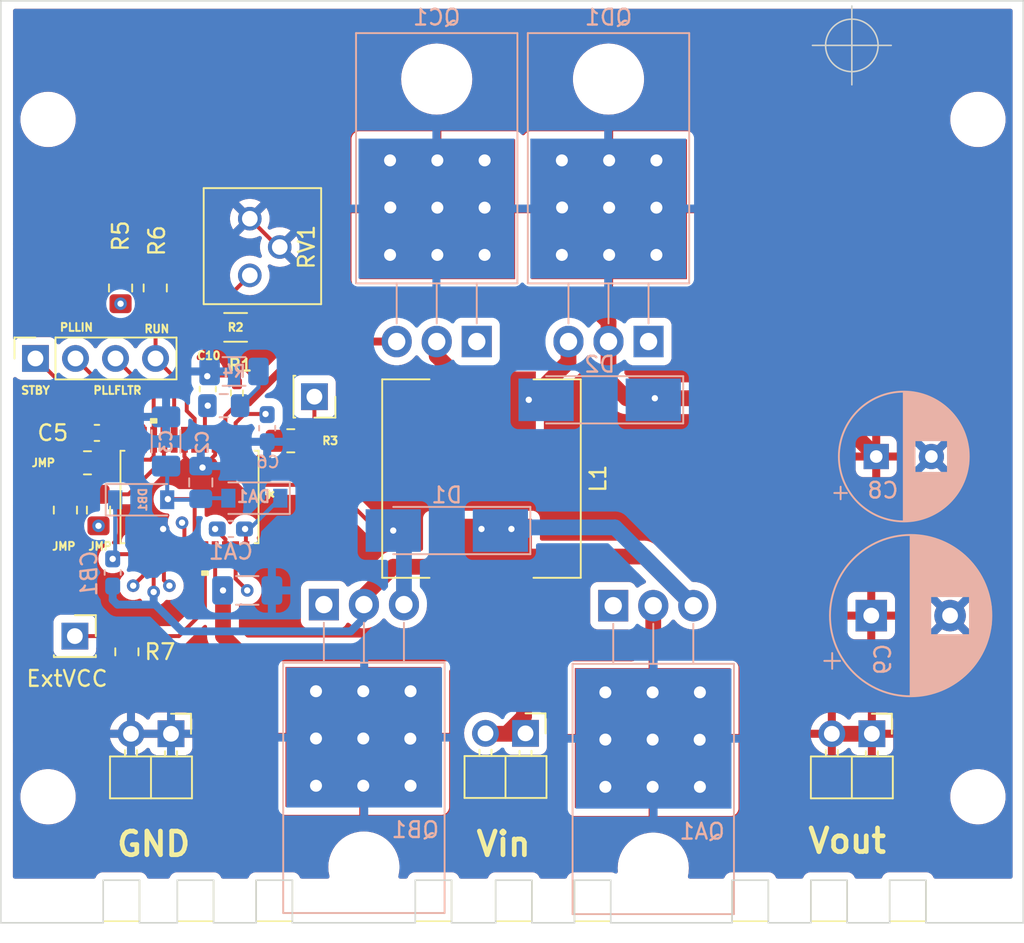
<source format=kicad_pcb>
(kicad_pcb (version 20211014) (generator pcbnew)
  (layers (0 "F.Cu" signal) (1 "In1.Cu" mixed) (2 "In2.Cu" mixed) (31 "B.Cu" signal) (34 "B.Paste" user) (35 "F.Paste" user) (36 "B.SilkS" user "B.Silkscreen") (37 "F.SilkS" user "F.Silkscreen") (38 "B.Mask" user) (39 "F.Mask" user) (44 "Edge.Cuts" user))
  (net 0 "")
  (net 1 "Vsense")
  (net 2 "Vout")
  (net 3 "FCB")
  (net 4 "Net-(C4-Pad2)")
  (net 5 "SENSE+")
  (net 6 "Vin")
  (net 7 "TG2")
  (net 8 "SW2")
  (net 9 "SW1")
  (net 10 "BG1")
  (net 11 "BG2")
  (net 12 "TG1")
  (net 13 "EPAD")
  (net 14 "SS")
  (net 15 "Ith")
  (net 16 "RUN")
  (net 17 "PGOOD")
  (net 18 "Net-(R3-Pad2)")
  (net 19 "EXTVCC")
  (net 20 "Boost2")
  (net 21 "INTVCC")
  (net 22 "PLLFLTR")
  (net 23 "Boost1")
  (net 24 "PLLIN")
  (net 25 "STBYMD")
  (footprint "Custom:PinHeader_1x02_P2.54mm_Horizontal" (layer "F.Cu") (at 115 113.5 -90)
    (fp_text reference "J3" hide)
    (fp_text value "GND")
    (pad "1" thru_hole rect (at 0 0 270) (size 1.7 1.7) (drill 1) (layers *.Cu *.Mask) (net 13 "EPAD"))
    (pad "2" thru_hole oval (at 0 2.54 270) (size 1.7 1.7) (drill 1) (layers *.Cu *.Mask) (net 13 "EPAD"))
  )
  (footprint "Resistor_SMD:R_0805_2012Metric_Pad1.20x1.40mm_HandSolder" (layer "F.Cu") (at 122.6 94.9 180)
    (fp_text reference "R3" (at -2.5 0) (layer "F.SilkS") (effects (font (size 0.5 0.5))))
    (fp_text value "Rpull" hide)
    (pad "1" smd roundrect (at -1 0 180) (size 1.2 1.4) (layers "F.Cu" "F.Paste" "F.Mask") (roundrect_rratio 0.2083333333) (net 17 "PGOOD"))
    (pad "2" smd roundrect (at 1 0 180) (size 1.2 1.4) (layers "F.Cu" "F.Paste" "F.Mask") (roundrect_rratio 0.2083333333) (net 18 "Net-(R3-Pad2)"))
  )
  (footprint "Resistor_SMD:R_0805_2012Metric_Pad1.20x1.40mm_HandSolder" (layer "F.Cu") (at 109.7 96.3)
    (fp_text reference "R8" hide)
    (fp_text value "JMP" hide)
    (fp_text user "JMP" (at -2.8 0 unlocked) (layer "F.SilkS") (effects (font (size 0.5 0.5))))
    (pad "1" smd roundrect (at -1 0) (size 1.2 1.4) (layers "F.Cu" "F.Paste" "F.Mask") (roundrect_rratio 0.2083333333) (net 13 "EPAD"))
    (pad "2" smd roundrect (at 1 0) (size 1.2 1.4) (layers "F.Cu" "F.Paste" "F.Mask") (roundrect_rratio 0.2083333333) (net 22 "PLLFLTR"))
  )
  (footprint "Custom:PinHeader_1x02_P2.54mm_Horizontal" (layer "F.Cu") (at 159.47 113.5 -90)
    (fp_text reference "J2" hide)
    (fp_text value "PwrOut")
    (pad "1" thru_hole rect (at 0 0 270) (size 1.7 1.7) (drill 1) (layers *.Cu *.Mask) (net 2 "Vout"))
    (pad "2" thru_hole oval (at 0 2.54 270) (size 1.7 1.7) (drill 1) (layers *.Cu *.Mask) (net 2 "Vout"))
  )
  (footprint "Capacitor_SMD:C_0603_1608Metric_Pad1.08x0.95mm_HandSolder" (layer "F.Cu") (at 117.33384 91.62055 90)
    (fp_text reference "C10" (at 2.12055 0.06616 180) (layer "F.SilkS") (effects (font (size 0.5 0.5) (thickness 0.125))))
    (fp_text value "47pF")
    (pad "1" smd roundrect (at -0.8625 0 90) (size 1.075 0.95) (layers "F.Cu" "F.Paste" "F.Mask") (net 15 "Ith"))
    (pad "2" smd roundrect (at 0.8625 0 90) (size 1.075 0.95) (layers "F.Cu" "F.Paste" "F.Mask") (net 13 "EPAD"))
  )
  (footprint "MountingHole:MountingHole_2.5mm" (layer "F.Cu") (at 166.2 74.5)
    (fp_text reference "H1" hide)
    (fp_text value "MountingHole" hide)
    (pad "" np_thru_hole circle (at 0 0) (size 2.5 2.5) (drill 2.5) (layers *.Cu *.Mask))
  )
  (footprint "Resistor_SMD:R_1206_3216Metric_Pad1.30x1.75mm_HandSolder" (layer "F.Cu") (at 119.1 87.7 180)
    (fp_text reference "R2" (at 0 0) (layer "F.SilkS") (effects (font (size 0.5 0.5) (thickness 0.125))))
    (fp_text value "105k" hide)
    (pad "1" smd roundrect (at -1.55 0 180) (size 1.3 1.75) (layers "F.Cu" "F.Paste" "F.Mask") (roundrect_rratio 0.1923076923) (net 2 "Vout"))
    (pad "2" smd roundrect (at 1.55 0 180) (size 1.3 1.75) (layers "F.Cu" "F.Paste" "F.Mask") (roundrect_rratio 0.1923076923) (net 1 "Vsense"))
  )
  (footprint "Capacitor_SMD:C_0603_1608Metric_Pad1.08x0.95mm_HandSolder" (layer "F.Cu") (at 110.3 94.4 180)
    (fp_text reference "C5" (at 2.8 0) (layer "F.SilkS"))
    (fp_text value ".1uF" hide)
    (pad "1" smd roundrect (at -0.8625 0 180) (size 1.075 0.95) (layers "F.Cu" "F.Paste" "F.Mask") (net 25 "STBYMD"))
    (pad "2" smd roundrect (at 0.8625 0 180) (size 1.075 0.95) (layers "F.Cu" "F.Paste" "F.Mask") (net 13 "EPAD"))
  )
  (footprint "Imported:LTC3780IG-PBF" (layer "F.Cu") (at 116.17584 98.4678 -90)
    (fp_text reference "U1" hide)
    (fp_text value "LTC3780IG-PBF" hide)
    (fp_text user "*" (at -0.1678 -5.42416 90) (layer "F.SilkS"))
    (pad "1" smd rect (at -3.6322 -3.57632 270) (size 1.639799 0.431) (layers "F.Cu" "F.Paste" "F.Mask") (net 18 "Net-(R3-Pad2)"))
    (pad "2" smd rect (at -3.6322 -2.92608 270) (size 1.639799 0.431) (layers "F.Cu" "F.Paste" "F.Mask") (net 14 "SS"))
    (pad "3" smd rect (at -3.6322 -2.27584 270) (size 1.639799 0.431) (layers "F.Cu" "F.Paste" "F.Mask") (net 5 "SENSE+"))
    (pad "4" smd rect (at -3.6322 -1.6256 270) (size 1.639799 0.431) (layers "F.Cu" "F.Paste" "F.Mask") (net 13 "EPAD"))
    (pad "5" smd rect (at -3.6322 -0.97536 270) (size 1.639799 0.431) (layers "F.Cu" "F.Paste" "F.Mask") (net 15 "Ith"))
    (pad "6" smd rect (at -3.6322 -0.32512 270) (size 1.639799 0.431) (layers "F.Cu" "F.Paste" "F.Mask") (net 1 "Vsense"))
    (pad "7" smd rect (at -3.6322 0.32512 270) (size 1.639799 0.431) (layers "F.Cu" "F.Paste" "F.Mask") (net 13 "EPAD"))
    (pad "8" smd rect (at -3.6322 0.97536 270) (size 1.639799 0.431) (layers "F.Cu" "F.Paste" "F.Mask") (net 16 "RUN"))
    (pad "9" smd rect (at -3.6322 1.6256 270) (size 1.639799 0.431) (layers "F.Cu" "F.Paste" "F.Mask") (net 3 "FCB"))
    (pad "10" smd rect (at -3.6322 2.27584 270) (size 1.639799 0.431) (layers "F.Cu" "F.Paste" "F.Mask") (net 22 "PLLFLTR"))
    (pad "11" smd rect (at -3.6322 2.92608 270) (size 1.639799 0.431) (layers "F.Cu" "F.Paste" "F.Mask") (net 24 "PLLIN"))
    (pad "12" smd rect (at -3.6322 3.57632 270) (size 1.639799 0.431) (layers "F.Cu" "F.Paste" "F.Mask") (net 25 "STBYMD"))
    (pad "13" smd rect (at 3.6322 3.57632 270) (size 1.639799 0.431) (layers "F.Cu" "F.Paste" "F.Mask") (net 20 "Boost2"))
    (pad "14" smd rect (at 3.6322 2.92608 270) (size 1.639799 0.431) (layers "F.Cu" "F.Paste" "F.Mask") (net 7 "TG2"))
    (pad "15" smd rect (at 3.6322 2.27584 270) (size 1.639799 0.431) (layers "F.Cu" "F.Paste" "F.Mask") (net 8 "SW2"))
    (pad "16" smd rect (at 3.6322 1.6256 270) (size 1.639799 0.431) (layers "F.Cu" "F.Paste" "F.Mask") (net 11 "BG2"))
    (pad "17" smd rect (at 3.6322 0.97536 270) (size 1.639799 0.431) (layers "F.Cu" "F.Paste" "F.Mask") (net 13 "EPAD"))
    (pad "18" smd rect (at 3.6322 0.32512 270) (size 1.639799 0.431) (layers "F.Cu" "F.Paste" "F.Mask") (net 10 "BG1"))
    (pad "19" smd rect (at 3.6322 -0.32512 270) (size 1.639799 0.431) (layers "F.Cu" "F.Paste" "F.Mask") (net 21 "INTVCC"))
    (pad "20" smd rect (at 3.6322 -0.97536 270) (size 1.639799 0.431) (layers "F.Cu" "F.Paste" "F.Mask") (net 19 "EXTVCC"))
    (pad "21" smd rect (at 3.6322 -1.6256 270) (size 1.639799 0.431) (layers "F.Cu" "F.Paste" "F.Mask") (net 6 "Vin"))
    (pad "22" smd rect (at 3.6322 -2.27584 270) (size 1.639799 0.431) (layers "F.Cu" "F.Paste" "F.Mask") (net 9 "SW1"))
    (pad "23" smd rect (at 3.6322 -2.92608 270) (size 1.639799 0.431) (layers "F.Cu" "F.Paste" "F.Mask") (net 12 "TG1"))
    (pad "24" smd rect (at 3.6322 -3.57632 270) (size 1.639799 0.431) (layers "F.Cu" "F.Paste" "F.Mask") (net 23 "Boost1"))
  )
  (footprint "Resistor_SMD:R_0805_2012Metric_Pad1.20x1.40mm_HandSolder" (layer "F.Cu") (at 111.8 85.2 90)
    (fp_text reference "R5" (at 3.3 0 90) (layer "F.SilkS"))
    (fp_text value "??" hide)
    (pad "1" smd roundrect (at -1 0 90) (size 1.2 1.4) (layers "F.Cu" "F.Paste" "F.Mask") (roundrect_rratio 0.2083333333) (net 6 "Vin"))
    (pad "2" smd roundrect (at 1 0 90) (size 1.2 1.4) (layers "F.Cu" "F.Paste" "F.Mask") (roundrect_rratio 0.2083333333) (net 16 "RUN"))
  )
  (footprint "Connector_PinSocket_2.54mm:PinSocket_1x04_P2.54mm_Vertical" (layer "F.Cu") (at 106.4 89.675 90)
    (fp_text reference "J6" hide)
    (fp_text value "CtrlPins")
    (pad "1" thru_hole rect (at 0 0 90) (size 1.7 1.7) (drill 1) (layers *.Cu *.Mask) (net 25 "STBYMD"))
    (pad "2" thru_hole oval (at 0 2.54 90) (size 1.7 1.7) (drill 1) (layers *.Cu *.Mask) (net 24 "PLLIN"))
    (pad "3" thru_hole oval (at 0 5.08 90) (size 1.7 1.7) (drill 1) (layers *.Cu *.Mask) (net 22 "PLLFLTR"))
    (pad "4" thru_hole oval (at 0 7.62 90) (size 1.7 1.7) (drill 1) (layers *.Cu *.Mask) (net 16 "RUN"))
  )
  (footprint "MountingHole:MountingHole_2.5mm" (layer "F.Cu") (at 107.2 117.5)
    (fp_text reference "H4" hide)
    (fp_text value "MountingHole" hide)
    (pad "" np_thru_hole circle (at 0 0) (size 2.5 2.5) (drill 2.5) (layers *.Cu *.Mask))
  )
  (footprint "Potentiometer_Imported:CT-6EW" (layer "F.Cu") (at 120.6 82.6 -90)
    (fp_text reference "RV1" (at 0 -3 90) (layer "F.SilkS"))
    (fp_text value "~7.5K" hide)
    (pad "1" thru_hole circle (at 1.8 0.6 270) (size 1.4986 1.4986) (drill 0.9906) (layers *.Cu *.Mask) (net 1 "Vsense"))
    (pad "2" thru_hole circle (at 0 -1.3 270) (size 1.4986 1.4986) (drill 0.9906) (layers *.Cu *.Mask) (net 13 "EPAD"))
    (pad "3" thru_hole circle (at -1.8 0.6 270) (size 1.4986 1.4986) (drill 0.9906) (layers *.Cu *.Mask) (net 13 "EPAD"))
  )
  (footprint "MountingHole:MountingHole_2.5mm" (layer "F.Cu") (at 166.2 117.5)
    (fp_text reference "H3" hide)
    (fp_text value "MountingHole" hide)
    (pad "" np_thru_hole circle (at 0 0) (size 2.5 2.5) (drill 2.5) (layers *.Cu *.Mask))
  )
  (footprint "Inductor_Coilcraft:L_12x12mm_H8mm" (layer "F.Cu") (at 134.7 97.3 -90)
    (fp_text reference "L1" (at 0 -7.4 -90) (layer "F.SilkS"))
    (fp_text value "4.7uH")
    (pad "1" smd rect (at -4.35 -0.25 270) (size 4.9 6.4) (layers "F.Cu" "F.Paste" "F.Mask") (net 9 "SW1"))
    (pad "2" smd rect (at 4.95 0 270) (size 4.8 6.4) (layers "F.Cu" "F.Paste" "F.Mask") (net 8 "SW2"))
  )
  (footprint "Resistor_SMD:R_0805_2012Metric_Pad1.20x1.40mm_HandSolder" (layer "F.Cu") (at 114 85.2 90)
    (fp_text reference "R6" (at 3 0.1 90) (layer "F.SilkS"))
    (fp_text value "??" hide)
    (pad "1" smd roundrect (at -1 0 90) (size 1.2 1.4) (layers "F.Cu" "F.Paste" "F.Mask") (roundrect_rratio 0.2083333333) (net 16 "RUN"))
    (pad "2" smd roundrect (at 1 0 90) (size 1.2 1.4) (layers "F.Cu" "F.Paste" "F.Mask") (roundrect_rratio 0.2083333333) (net 13 "EPAD"))
  )
  (footprint "Connector_PinSocket_2.54mm:PinSocket_1x01_P2.54mm_Vertical" (layer "F.Cu") (at 108.9 107.3)
    (fp_text reference "ExtVCC" (at -0.5 2.7) (layer "F.SilkS"))
    (fp_text value "ExtVCC")
    (pad "1" thru_hole rect (at 0 0) (size 1.7 1.7) (drill 1) (layers *.Cu *.Mask) (net 19 "EXTVCC"))
  )
  (footprint "Resistor_SMD:R_0805_2012Metric_Pad1.20x1.40mm_HandSolder" (layer "F.Cu") (at 108.3 99.3 90)
    (fp_text reference "R9" hide)
    (fp_text value "JMP" (at -2.3 2.2) (layer "F.SilkS") (effects (font (size 0.5 0.5))))
    (pad "1" smd roundrect (at -1 0 90) (size 1.2 1.4) (layers "F.Cu" "F.Paste" "F.Mask") (roundrect_rratio 0.2083333333) (net 13 "EPAD"))
    (pad "2" smd roundrect (at 1 0 90) (size 1.2 1.4) (layers "F.Cu" "F.Paste" "F.Mask") (roundrect_rratio 0.2083333333) (net 3 "FCB"))
  )
  (footprint "Resistor_SMD:R_0805_2012Metric_Pad1.20x1.40mm_HandSolder" (layer "F.Cu") (at 112.2 108.3 90)
    (fp_text reference "R7" (at 0 2.1 180) (layer "F.SilkS"))
    (fp_text value "JMP")
    (pad "1" smd roundrect (at -1 0 90) (size 1.2 1.4) (layers "F.Cu" "F.Paste" "F.Mask") (roundrect_rratio 0.2083333333) (net 13 "EPAD"))
    (pad "2" smd roundrect (at 1 0 90) (size 1.2 1.4) (layers "F.Cu" "F.Paste" "F.Mask") (roundrect_rratio 0.2083333333) (net 19 "EXTVCC"))
  )
  (footprint "Custom:PinHeader_1x02_P2.54mm_Horizontal" (layer "F.Cu") (at 137.495 113.475 -90)
    (fp_text reference "J1" hide)
    (fp_text value "PwrIn")
    (pad "1" thru_hole rect (at 0 0 270) (size 1.7 1.7) (drill 1) (layers *.Cu *.Mask) (net 6 "Vin"))
    (pad "2" thru_hole oval (at 0 2.54 270) (size 1.7 1.7) (drill 1) (layers *.Cu *.Mask) (net 6 "Vin"))
  )
  (footprint "Connector_PinSocket_2.54mm:PinSocket_1x01_P2.54mm_Vertical" (layer "F.Cu") (at 124.1 92.1 -90)
    (fp_text reference "J4" hide)
    (fp_text value "PGood")
    (pad "1" thru_hole rect (at 0 0 270) (size 1.7 1.7) (drill 1) (layers *.Cu *.Mask) (net 17 "PGOOD"))
  )
  (footprint "Resistor_SMD:R_0402_1005Metric_Pad0.72x0.64mm_HandSolder" (layer "F.Cu") (at 119.18384 91.87055 90)
    (fp_text reference "R1" (at 1.77055 0.21616 180) (layer "F.SilkS") (effects (font (size 0.75 0.75))))
    (fp_text value "10mOhm" hide)
    (pad "1" smd roundrect (at -0.5975 0 90) (size 0.715 0.64) (layers "F.Cu" "F.Paste" "F.Mask") (net 5 "SENSE+"))
    (pad "2" smd roundrect (at 0.5975 0 90) (size 0.715 0.64) (layers "F.Cu" "F.Paste" "F.Mask") (net 13 "EPAD"))
  )
  (footprint "MountingHole:MountingHole_2.5mm" (layer "F.Cu") (at 107.2 74.5)
    (fp_text reference "H2" hide)
    (fp_text value "MountingHole" hide)
    (pad "" np_thru_hole circle (at 0 0) (size 2.5 2.5) (drill 2.5) (layers *.Cu *.Mask))
  )
  (footprint "Resistor_SMD:R_0805_2012Metric_Pad1.20x1.40mm_HandSolder" (layer "F.Cu") (at 110.4 99.3 90)
    (fp_text reference "R10" hide)
    (fp_text value "JMP" (at -2.3 -2.2) (layer "F.SilkS") (effects (font (size 0.5 0.5))))
    (pad "1" smd roundrect (at -1 0 90) (size 1.2 1.4) (layers "F.Cu" "F.Paste" "F.Mask") (roundrect_rratio 0.2083333333) (net 21 "INTVCC"))
    (pad "2" smd roundrect (at 1 0 90) (size 1.2 1.4) (layers "F.Cu" "F.Paste" "F.Mask") (roundrect_rratio 0.2083333333) (net 3 "FCB"))
  )
  (footprint "Capacitor_SMD:C_1206_3216Metric_Pad1.33x1.80mm_HandSolder" (layer "B.Cu") (at 114.68834 94.94505 90)
    (fp_text reference "C3" (at 0 0 90) (layer "B.SilkS") (effects (font (size 0.75 0.75)) (justify mirror)))
    (fp_text value "1uF" hide)
    (pad "1" smd roundrect (at -1.5625 0 90) (size 1.325 1.8) (layers "B.Cu" "B.Paste" "B.Mask") (roundrect_rratio 0.1886792453) (net 21 "INTVCC"))
    (pad "2" smd roundrect (at 1.5625 0 90) (size 1.325 1.8) (layers "B.Cu" "B.Paste" "B.Mask") (roundrect_rratio 0.1886792453) (net 13 "EPAD"))
  )
  (footprint "Diode_SMD:D_SOD-123" (layer "B.Cu") (at 120.28834 98.54505 180)
    (fp_text reference "DA1" (at 0.05 0.1) (layer "B.SilkS") (effects (font (size 0.75 0.75)) (justify mirror)))
    (fp_text value "MBR0540L" hide)
    (pad "1" smd rect (at -1.65 0 180) (size 0.9 1.2) (layers "B.Cu" "B.Paste" "B.Mask") (net 23 "Boost1"))
    (pad "2" smd rect (at 1.65 0 180) (size 0.9 1.2) (layers "B.Cu" "B.Paste" "B.Mask") (net 21 "INTVCC"))
  )
  (footprint "Capacitor_THT:CP_Radial_D8.0mm_P3.50mm" (layer "B.Cu") (at 159.747349 95.9)
    (fp_text reference "C8" (at 0.422651 2.15) (layer "B.SilkS") (effects (justify mirror)))
    (fp_text value "100uF" hide)
    (pad "1" thru_hole rect (at 0 0) (size 1.6 1.6) (drill 0.8) (layers *.Cu *.Mask) (net 2 "Vout"))
    (pad "2" thru_hole circle (at 3.5 0) (size 1.6 1.6) (drill 0.8) (layers *.Cu *.Mask) (net 13 "EPAD"))
  )
  (footprint "Diode_SMD:D_MELF_Handsoldering" (layer "B.Cu") (at 132.5 100.6 180)
    (fp_text reference "D1" (at 0 2.25) (layer "B.SilkS") (effects (justify mirror)))
    (fp_text value "SS34-E3")
    (pad "1" smd rect (at -3.4 0 180) (size 3.5 2.7) (layers "B.Cu" "B.Paste" "B.Mask") (net 8 "SW2"))
    (pad "2" smd rect (at 3.4 0 180) (size 3.5 2.7) (layers "B.Cu" "B.Paste" "B.Mask") (net 5 "SENSE+"))
  )
  (footprint "Custom:TO-220-3_Horizontal_TabDown_Thermal" (layer "B.Cu") (at 145.3 88.6 180)
    (fp_text reference "QD1" (at 2.54 20.58) (layer "B.SilkS") (effects (justify mirror)))
    (fp_text value "RX3G07CGNC16" hide)
    (pad "" np_thru_hole oval (at 2.54 16.66 180) (size 3.5 3.5) (drill 3.5) (layers *.Cu *.Mask))
    (pad "1" thru_hole rect (at 0 0 180) (size 1.905 2) (drill 1.1) (layers *.Cu *.Mask) (net 12 "TG1"))
    (pad "2" thru_hole oval (at 2.54 0 180) (size 1.905 2) (drill 1.1) (layers *.Cu *.Mask) (net 2 "Vout"))
    (pad "3" thru_hole oval (at 5.08 0 180) (size 1.905 2) (drill 1.1) (layers *.Cu *.Mask) (net 9 "SW1"))
    (pad "4" thru_hole circle (at -0.5 5.5 180) (size 1.524 1.524) (drill 0.762) (layers *.Cu *.Mask) (net 13 "EPAD"))
    (pad "4" thru_hole circle (at 5.5 5.5 180) (size 1.524 1.524) (drill 0.762) (layers *.Cu *.Mask) (net 13 "EPAD"))
    (pad "4" smd rect (at 2.5595 8.4405 180) (size 9.881 8.881) (layers "B.Cu" "B.Paste" "B.Mask") (net 13 "EPAD"))
    (pad "4" thru_hole circle (at -0.5 8.5 180) (size 1.524 1.524) (drill 0.762) (layers *.Cu *.Mask) (net 13 "EPAD"))
    (pad "4" thru_hole circle (at 5.484716 8.511349 180) (size 1.524 1.524) (drill 0.762) (layers *.Cu *.Mask) (net 13 "EPAD"))
    (pad "4" thru_hole circle (at 2.5 5.5 180) (size 1.524 1.524) (drill 0.762) (layers *.Cu *.Mask) (net 13 "EPAD"))
    (pad "4" thru_hole circle (at -0.5 11.5 180) (size 1.524 1.524) (drill 0.762) (layers *.Cu *.Mask) (net 13 "EPAD"))
    (pad "4" thru_hole circle (at 2.5 8.5 180) (size 1.524 1.524) (drill 0.762) (layers *.Cu *.Mask) (net 13 "EPAD"))
    (pad "4" thru_hole circle (at 5.5 11.5 180) (size 1.524 1.524) (drill 0.762) (layers *.Cu *.Mask) (net 13 "EPAD"))
    (pad "4" thru_hole circle (at 2.5 11.5 180) (size 1.524 1.524) (drill 0.762) (layers *.Cu *.Mask) (net 13 "EPAD"))
    (pad "4" smd rect (at 2.5 8.4 180) (size 9.881 8.881) (layers "F.Cu") (net 13 "EPAD"))
  )
  (footprint "Resistor_SMD:R_1206_3216Metric_Pad1.30x1.75mm_HandSolder" (layer "B.Cu") (at 119 90.5)
    (fp_text reference "R4" (at 0 -0.004849) (layer "B.SilkS") (effects (font (size 0.75 0.75)) (justify mirror)))
    (fp_text value "20k" hide)
    (pad "1" smd roundrect (at -1.55 0) (size 1.3 1.75) (layers "B.Cu" "B.Paste" "B.Mask") (roundrect_rratio 0.1923076923) (net 13 "EPAD"))
    (pad "2" smd roundrect (at 1.55 0) (size 1.3 1.75) (layers "B.Cu" "B.Paste" "B.Mask") (roundrect_rratio 0.1923076923) (net 4 "Net-(C4-Pad2)"))
  )
  (footprint "Capacitor_SMD:C_0603_1608Metric_Pad1.08x0.95mm_HandSolder" (layer "B.Cu") (at 118.8 100.5)
    (fp_text reference "CA1" (at 0 1.43) (layer "B.SilkS") (effects (justify mirror)))
    (fp_text value ".1uF" hide)
    (pad "1" smd roundrect (at -0.8625 0) (size 1.075 0.95) (layers "B.Cu" "B.Paste" "B.Mask") (net 9 "SW1"))
    (pad "2" smd roundrect (at 0.8625 0) (size 1.075 0.95) (layers "B.Cu" "B.Paste" "B.Mask") (net 23 "Boost1"))
  )
  (footprint "Capacitor_THT:CP_Radial_D10.0mm_P5.00mm" (layer "B.Cu") (at 159.432323 106)
    (fp_text reference "C9" (at 0.735677 2.77 90) (layer "B.SilkS") (effects (justify mirror)))
    (fp_text value "330uF" hide)
    (pad "1" thru_hole rect (at 0 0) (size 2 2) (drill 1) (layers *.Cu *.Mask) (net 2 "Vout"))
    (pad "2" thru_hole circle (at 5 0) (size 2 2) (drill 1) (layers *.Cu *.Mask) (net 13 "EPAD"))
  )
  (footprint "Capacitor_SMD:C_0805_2012Metric_Pad1.18x1.45mm_HandSolder" (layer "B.Cu") (at 118.34634 92.67055)
    (fp_text reference "C4" hide)
    (fp_text value "2200pF" hide)
    (pad "1" smd roundrect (at -1.0375 0) (size 1.175 1.45) (layers "B.Cu" "B.Paste" "B.Mask") (roundrect_rratio 0.2127659574) (net 15 "Ith"))
    (pad "2" smd roundrect (at 1.0375 0) (size 1.175 1.45) (layers "B.Cu" "B.Paste" "B.Mask") (roundrect_rratio 0.2127659574) (net 4 "Net-(C4-Pad2)"))
  )
  (footprint "Custom:TO-220-3_Horizontal_TabDown_Thermal" (layer "B.Cu") (at 143.06 105.37)
    (fp_text reference "QA1" (at 5.64 14.33) (layer "B.SilkS") (effects (justify mirror)))
    (fp_text value "RX3G07CGNC16" hide)
    (pad "" np_thru_hole oval (at 2.54 16.66) (size 3.5 3.5) (drill 3.5) (layers *.Cu *.Mask))
    (pad "1" thru_hole rect (at 0 0) (size 1.905 2) (drill 1.1) (layers *.Cu *.Mask) (net 7 "TG2"))
    (pad "2" thru_hole oval (at 2.54 0) (size 1.905 2) (drill 1.1) (layers *.Cu *.Mask) (net 6 "Vin"))
    (pad "3" thru_hole oval (at 5.08 0) (size 1.905 2) (drill 1.1) (layers *.Cu *.Mask) (net 8 "SW2"))
    (pad "4" thru_hole circle (at 5.5 11.5) (size 1.524 1.524) (drill 0.762) (layers *.Cu *.Mask) (net 13 "EPAD"))
    (pad "4" thru_hole circle (at 2.5 11.5) (size 1.524 1.524) (drill 0.762) (layers *.Cu *.Mask) (net 13 "EPAD"))
    (pad "4" thru_hole circle (at -0.5 8.5) (size 1.524 1.524) (drill 0.762) (layers *.Cu *.Mask) (net 13 "EPAD"))
    (pad "4" thru_hole circle (at -0.5 5.5) (size 1.524 1.524) (drill 0.762) (layers *.Cu *.Mask) (net 13 "EPAD"))
    (pad "4" smd rect (at 2.5 8.4) (size 9.881 8.881) (layers "F.Cu") (net 13 "EPAD"))
    (pad "4" thru_hole circle (at 2.5 5.5) (size 1.524 1.524) (drill 0.762) (layers *.Cu *.Mask) (net 13 "EPAD"))
    (pad "4" smd rect (at 2.5595 8.4405) (size 9.881 8.881) (layers "B.Cu" "B.Paste" "B.Mask") (net 13 "EPAD"))
    (pad "4" thru_hole circle (at 5.484716 8.511349) (size 1.524 1.524) (drill 0.762) (layers *.Cu *.Mask) (net 13 "EPAD"))
    (pad "4" thru_hole circle (at 5.5 5.5) (size 1.524 1.524) (drill 0.762) (layers *.Cu *.Mask) (net 13 "EPAD"))
    (pad "4" thru_hole circle (at 2.5 8.5) (size 1.524 1.524) (drill 0.762) (layers *.Cu *.Mask) (net 13 "EPAD"))
    (pad "4" thru_hole circle (at -0.5 11.5) (size 1.524 1.524) (drill 0.762) (layers *.Cu *.Mask) (net 13 "EPAD"))
  )
  (footprint "Diode_SMD:D_MELF_Handsoldering" (layer "B.Cu") (at 142.2 92.3 180)
    (fp_text reference "D2" (at 0 2.25) (layer "B.SilkS") (effects (justify mirror)))
    (fp_text value "SS32-E3")
    (pad "1" smd rect (at -3.4 0 180) (size 3.5 2.7) (layers "B.Cu" "B.Paste" "B.Mask") (net 2 "Vout"))
    (pad "2" smd rect (at 3.4 0 180) (size 3.5 2.7) (layers "B.Cu" "B.Paste" "B.Mask") (net 9 "SW1"))
  )
  (footprint "Capacitor_SMD:C_1206_3216Metric_Pad1.33x1.80mm_HandSolder" (layer "B.Cu") (at 119.8375 104.4)
    (fp_text reference "C1" hide)
    (fp_text value "22uF" hide)
    (pad "1" smd roundrect (at -1.5625 0) (size 1.325 1.8) (layers "B.Cu" "B.Paste" "B.Mask") (roundrect_rratio 0.1886792453) (net 6 "Vin"))
    (pad "2" smd roundrect (at 1.5625 0) (size 1.325 1.8) (layers "B.Cu" "B.Paste" "B.Mask") (roundrect_rratio 0.1886792453) (net 13 "EPAD"))
  )
  (footprint "Custom:TO-220-3_Horizontal_TabDown_Thermal" (layer "B.Cu") (at 134.4 88.6 180)
    (fp_text reference "QC1" (at 2.54 20.58) (layer "B.SilkS") (effects (justify mirror)))
    (fp_text value "RX3G07CGNC16" hide)
    (pad "" np_thru_hole oval (at 2.54 16.66 180) (size 3.5 3.5) (drill 3.5) (layers *.Cu *.Mask))
    (pad "1" thru_hole rect (at 0 0 180) (size 1.905 2) (drill 1.1) (layers *.Cu *.Mask) (net 10 "BG1"))
    (pad "2" thru_hole oval (at 2.54 0 180) (size 1.905 2) (drill 1.1) (layers *.Cu *.Mask) (net 9 "SW1"))
    (pad "3" thru_hole oval (at 5.08 0 180) (size 1.905 2) (drill 1.1) (layers *.Cu *.Mask) (net 5 "SENSE+"))
    (pad "4" thru_hole circle (at -0.5 8.5 180) (size 1.524 1.524) (drill 0.762) (layers *.Cu *.Mask) (net 13 "EPAD"))
    (pad "4" thru_hole circle (at 5.5 11.5 180) (size 1.524 1.524) (drill 0.762) (layers *.Cu *.Mask) (net 13 "EPAD"))
    (pad "4" thru_hole circle (at 5.5 5.5 180) (size 1.524 1.524) (drill 0.762) (layers *.Cu *.Mask) (net 13 "EPAD"))
    (pad "4" thru_hole circle (at 5.484716 8.511349 180) (size 1.524 1.524) (drill 0.762) (layers *.Cu *.Mask) (net 13 "EPAD"))
    (pad "4" thru_hole circle (at -0.5 11.5 180) (size 1.524 1.524) (drill 0.762) (layers *.Cu *.Mask) (net 13 "EPAD"))
    (pad "4" smd rect (at 2.5595 8.4405 180) (size 9.881 8.881) (layers "B.Cu" "B.Paste" "B.Mask") (net 13 "EPAD"))
    (pad "4" thru_hole circle (at 2.5 8.5 180) (size 1.524 1.524) (drill 0.762) (layers *.Cu *.Mask) (net 13 "EPAD"))
    (pad "4" thru_hole circle (at 2.5 5.5 180) (size 1.524 1.524) (drill 0.762) (layers *.Cu *.Mask) (net 13 "EPAD"))
    (pad "4" smd rect (at 2.5 8.4 180) (size 9.881 8.881) (layers "F.Cu") (net 13 "EPAD"))
    (pad "4" thru_hole circle (at 2.5 11.5 180) (size 1.524 1.524) (drill 0.762) (layers *.Cu *.Mask) (net 13 "EPAD"))
    (pad "4" thru_hole circle (at -0.5 5.5 180) (size 1.524 1.524) (drill 0.762) (layers *.Cu *.Mask) (net 13 "EPAD"))
  )
  (footprint "Capacitor_SMD:C_0805_2012Metric_Pad1.18x1.45mm_HandSolder" (layer "B.Cu") (at 116.88834 97.54505 90)
    (fp_text reference "C2" (at 2.55 0.1 90) (layer "B.SilkS") (effects (font (size 0.75 0.75)) (justify mirror)))
    (fp_text value "4.7uF" hide)
    (pad "1" smd roundrect (at -1.0375 0 90) (size 1.175 1.45) (layers "B.Cu" "B.Paste" "B.Mask") (roundrect_rratio 0.2127659574) (net 21 "INTVCC"))
    (pad "2" smd roundrect (at 1.0375 0 90) (size 1.175 1.45) (layers "B.Cu" "B.Paste" "B.Mask") (roundrect_rratio 0.2127659574) (net 13 "EPAD"))
  )
  (footprint "Capacitor_SMD:C_0603_1608Metric_Pad1.08x0.95mm_HandSolder" (layer "B.Cu") (at 111.3 103.2625 90)
    (fp_text reference "CB1" (at -0.0375 -1.5 90) (layer "B.SilkS") (effects (font (thickness 0.15) italic) (justify mirror)))
    (fp_text value ".1uF" hide)
    (pad "1" smd roundrect (at -0.8625 0 90) (size 1.075 0.95) (layers "B.Cu" "B.Paste" "B.Mask") (net 8 "SW2"))
    (pad "2" smd roundrect (at 0.8625 0 90) (size 1.075 0.95) (layers "B.Cu" "B.Paste" "B.Mask") (net 20 "Boost2"))
  )
  (footprint "Capacitor_SMD:C_0603_1608Metric_Pad1.08x0.95mm_HandSolder" (layer "B.Cu") (at 121.10192 94.1 -90)
    (fp_text reference "C6" (at 2.15 -0.05) (layer "B.SilkS") (effects (font (size 0.75 0.75) (thickness 0.125)) (justify mirror)))
    (fp_text value ".1uF" hide)
    (pad "1" smd roundrect (at -0.8625 0 270) (size 1.075 0.95) (layers "B.Cu" "B.Paste" "B.Mask") (net 14 "SS"))
    (pad "2" smd roundrect (at 0.8625 0 270) (size 1.075 0.95) (layers "B.Cu" "B.Paste" "B.Mask") (net 13 "EPAD"))
  )
  (footprint "Custom:TO-220-3_Horizontal_TabDown_Thermal" (layer "B.Cu") (at 124.7 105.3)
    (fp_text reference "QB1" (at 5.8 14.3) (layer "B.SilkS") (effects (justify mirror)))
    (fp_text value "RX3G07CGNC16" hide)
    (pad "" np_thru_hole oval (at 2.54 16.66) (size 3.5 3.5) (drill 3.5) (layers *.Cu *.Mask))
    (pad "1" thru_hole rect (at 0 0) (size 1.905 2) (drill 1.1) (layers *.Cu *.Mask) (net 11 "BG2"))
    (pad "2" thru_hole oval (at 2.54 0) (size 1.905 2) (drill 1.1) (layers *.Cu *.Mask) (net 8 "SW2"))
    (pad "3" thru_hole oval (at 5.08 0) (size 1.905 2) (drill 1.1) (layers *.Cu *.Mask) (net 5 "SENSE+"))
    (pad "4" thru_hole circle (at 5.5 5.5) (size 1.524 1.524) (drill 0.762) (layers *.Cu *.Mask) (net 13 "EPAD"))
    (pad "4" smd rect (at 2.5595 8.4405) (size 9.881 8.881) (layers "B.Cu" "B.Paste" "B.Mask") (net 13 "EPAD"))
    (pad "4" thru_hole circle (at 2.5 11.5) (size 1.524 1.524) (drill 0.762) (layers *.Cu *.Mask) (net 13 "EPAD"))
    (pad "4" thru_hole circle (at 5.5 11.5) (size 1.524 1.524) (drill 0.762) (layers *.Cu *.Mask) (net 13 "EPAD"))
    (pad "4" thru_hole circle (at -0.5 8.5) (size 1.524 1.524) (drill 0.762) (layers *.Cu *.Mask) (net 13 "EPAD"))
    (pad "4" thru_hole circle (at -0.5 11.5) (size 1.524 1.524) (drill 0.762) (layers *.Cu *.Mask) (net 13 "EPAD"))
    (pad "4" smd rect (at 2.5 8.4) (size 9.881 8.881) (layers "F.Cu") (net 13 "EPAD"))
    (pad "4" thru_hole circle (at 2.5 5.5) (size 1.524 1.524) (drill 0.762) (layers *.Cu *.Mask) (net 13 "EPAD"))
    (pad "4" thru_hole circle (at -0.5 5.5) (size 1.524 1.524) (drill 0.762) (layers *.Cu *.Mask) (net 13 "EPAD"))
    (pad "4" thru_hole circle (at 5.484716 8.511349) (size 1.524 1.524) (drill 0.762) (layers *.Cu *.Mask) (net 13 "EPAD"))
    (pad "4" thru_hole circle (at 2.5 8.5) (size 1.524 1.524) (drill 0.762) (layers *.Cu *.Mask) (net 13 "EPAD"))
  )
  (footprint "Diode_SMD:D_SOD-123" (layer "B.Cu") (at 113.10834 98.64505)
    (fp_text reference "DB1" (at 0.1 0 90) (layer "B.SilkS") (effects (font (size 0.5 0.5) (thickness 0.125)) (justify mirror)))
    (fp_text value "MBR0540L" hide)
    (pad "1" smd rect (at -1.65 0) (size 0.9 1.2) (layers "B.Cu" "B.Paste" "B.Mask") (net 20 "Boost2"))
    (pad "2" smd rect (at 1.65 0) (size 0.9 1.2) (layers "B.Cu" "B.Paste" "B.Mask") (net 21 "INTVCC"))
  )
  (gr_rect (start 155.6 122.8) (end 157.9 125.4) (layer "F.SilkS") (width 0.1) (fill none))
  (gr_rect (start 140.6 122.8) (end 142.9 125.4) (layer "F.SilkS") (width 0.1) (fill none))
  (gr_rect (start 110.7 122.8) (end 113 125.4) (layer "F.SilkS") (width 0.1) (fill none))
  (gr_rect (start 135.6 122.8) (end 137.9 125.4) (layer "F.SilkS") (width 0.1) (fill none))
  (gr_rect (start 160.6 122.8) (end 162.9 125.4) (layer "F.SilkS") (width 0.1) (fill none))
  (gr_rect (start 150.6 122.8) (end 152.9 125.4) (layer "F.SilkS") (width 0.1) (fill none))
  (gr_rect (start 115.4 122.8) (end 117.7 125.4) (layer "F.SilkS") (width 0.1) (fill none))
  (gr_rect (start 130.5 122.8) (end 132.8 125.4) (layer "F.SilkS") (width 0.1) (fill none))
  (gr_rect (start 120.4 122.8) (end 122.7 125.4) (layer "F.SilkS") (width 0.1) (fill none))
  (gr_line (start 150.6 125.5) (end 150.6 122.8) (layer "Edge.Cuts") (width 0.1))
  (gr_line (start 110.7 122.8) (end 113 122.8) (layer "Edge.Cuts") (width 0.1))
  (gr_line (start 120.4 125.5) (end 120.4 122.8) (layer "Edge.Cuts") (width 0.1))
  (gr_line (start 117.7 122.8) (end 117.7 125.5) (layer "Edge.Cuts") (width 0.1))
  (gr_line (start 122.7 125.5) (end 130.5 125.5) (layer "Edge.Cuts") (width 0.1))
  (gr_line (start 122.7 122.8) (end 122.7 125.5) (layer "Edge.Cuts") (width 0.1))
  (gr_line (start 135.6 122.8) (end 137.9 122.8) (layer "Edge.Cuts") (width 0.1))
  (gr_line (start 113 125.5) (end 115.4 125.5) (layer "Edge.Cuts") (width 0.1))
  (gr_line (start 115.4 122.8) (end 117.7 122.8) (layer "Edge.Cuts") (width 0.1))
  (gr_line (start 155.6 125.5) (end 155.6 122.8) (layer "Edge.Cuts") (width 0.1))
  (gr_line (start 160.6 125.5) (end 160.6 122.8) (layer "Edge.Cuts") (width 0.1))
  (gr_line (start 169.078 66.968) (end 169.078 125.5) (layer "Edge.Cuts") (width 0.1))
  (gr_line (start 137.9 125.5) (end 140.6 125.5) (layer "Edge.Cuts") (width 0.1))
  (gr_line (start 115.4 125.5) (end 115.4 122.8) (layer "Edge.Cuts") (width 0.1))
  (gr_line (start 120.4 122.8) (end 122.7 122.8) (layer "Edge.Cuts") (width 0.1))
  (gr_line (start 137.9 122.8) (end 137.9 125.5) (layer "Edge.Cuts") (width 0.1))
  (gr_line (start 140.6 122.8) (end 142.9 122.8) (layer "Edge.Cuts") (width 0.1))
  (gr_line (start 152.9 125.5) (end 155.6 125.5) (layer "Edge.Cuts") (width 0.1))
  (gr_line (start 104.2 125.5) (end 104.2 66.968) (layer "Edge.Cuts") (width 0.1))
  (gr_line (start 110.7 125.5) (end 110.7 122.8) (layer "Edge.Cuts") (width 0.1))
  (gr_line (start 157.9 122.8) (end 157.9 125.5) (layer "Edge.Cuts") (width 0.1))
  (gr_line (start 132.8 122.8) (end 132.8 125.5) (layer "Edge.Cuts") (width 0.1))
  (gr_line (start 130.5 125.5) (end 130.5 122.8) (layer "Edge.Cuts") (width 0.1))
  (gr_line (start 162.9 122.8) (end 162.9 125.5) (layer "Edge.Cuts") (width 0.1))
  (gr_line (start 113 122.8) (end 113 125.5) (layer "Edge.Cuts") (width 0.1))
  (gr_line (start 135.6 125.5) (end 135.6 122.8) (layer "Edge.Cuts") (width 0.1))
  (gr_line (start 130.5 122.8) (end 132.8 122.8) (layer "Edge.Cuts") (width 0.1))
  (gr_line (start 155.6 122.8) (end 157.9 122.8) (layer "Edge.Cuts") (width 0.1))
  (gr_line (start 150.6 122.8) (end 152.9 122.8) (layer "Edge.Cuts") (width 0.1))
  (gr_line (start 162.9 125.5) (end 169.078 125.5) (layer "Edge.Cuts") (width 0.1))
  (gr_line (start 142.9 125.5) (end 150.6 125.5) (layer "Edge.Cuts") (width 0.1))
  (gr_line (start 160.6 122.8) (end 162.9 122.8) (layer "Edge.Cuts") (width 0.1))
  (gr_line (start 140.6 125.5) (end 140.6 122.8) (layer "Edge.Cuts") (width 0.1))
  (gr_line (start 157.9 125.5) (end 160.6 125.5) (layer "Edge.Cuts") (width 0.1))
  (gr_line (start 132.8 125.5) (end 135.6 125.5) (layer "Edge.Cuts") (width 0.1))
  (gr_line (start 142.9 122.8) (end 142.9 125.5) (layer "Edge.Cuts") (width 0.1))
  (gr_line (start 104.2 66.968) (end 169.078 66.968) (layer "Edge.Cuts") (width 0.1))
  (gr_line (start 152.9 122.8) (end 152.9 125.5) (layer "Edge.Cuts") (width 0.1))
  (gr_line (start 110.7 125.5) (end 104.2 125.5) (layer "Edge.Cuts") (width 0.1))
  (gr_line (start 117.7 125.5) (end 120.4 125.5) (layer "Edge.Cuts") (width 0.1))
  (gr_text "Vout" (at 157.9 120.3) (layer "F.SilkS") (effects (font (size 1.5 1.5) (thickness 0.3))))
  (gr_text "PLLIN" (at 109 87.7) (layer "F.SilkS") (effects (font (size 0.5 0.5) (thickness 0.125))))
  (gr_text "RUN" (at 114.1 87.8) (layer "F.SilkS") (effects (font (size 0.5 0.5) (thickness 0.125))))
  (gr_text "STBY" (at 106.4 91.7) (layer "F.SilkS") (effects (font (size 0.5 0.5) (thickness 0.125))))
  (gr_text "GND" (at 113.9 120.5) (layer "F.SilkS") (effects (font (size 1.5 1.5) (thickness 0.3))))
  (gr_text "PLLFLTR" (at 111.6 91.7) (layer "F.SilkS") (effects (font (size 0.5 0.5) (thickness 0.125))))
  (gr_text "Vin" (at 136.1 120.5) (layer "F.SilkS") (effects (font (size 1.5 1.5) (thickness 0.3))))
  (target plus (at 158.2 69.8) (size 5) (width 0.1) (layer "Edge.Cuts"))
  (segment (start 117.55 87.7) (end 117.55 86.85) (width 0.25) (layer "F.Cu") (net 1))
  (segment (start 117.55 86.85) (end 120 84.4) (width 0.25) (layer "F.Cu") (net 1))
  (segment (start 116 89.25) (end 117.6 87.65) (width 0.25) (layer "F.Cu") (net 1))
  (segment (start 116 93) (end 116 89.25) (width 0.25) (layer "F.Cu") (net 1))
  (segment (start 116.50096 93.50096) (end 116 93) (width 0.25) (layer "F.Cu") (net 1))
  (segment (start 116.50096 94.8356) (end 116.50096 93.50096) (width 0.25) (layer "F.Cu") (net 1))
  (segment (start 156.93 113.5) (end 159.47 113.5) (width 1) (layer "F.Cu") (net 2))
  (segment (start 142.76 88.6) (end 142.76 87.36) (width 1) (layer "F.Cu") (net 2))
  (segment (start 143.9 92.2) (end 145.7 92.2) (width 1) (layer "F.Cu") (net 2))
  (segment (start 145.7 92.2) (end 147.9 92.2) (width 1) (layer "F.Cu") (net 2))
  (segment (start 122.35 86) (end 120.65 87.7) (width 1) (layer "F.Cu") (net 2))
  (segment (start 142.76 88.6) (end 142.76 91.06) (width 1) (layer "F.Cu") (net 2))
  (segment (start 156.047349 92.2) (end 147.9 92.2) (width 1) (layer "F.Cu") (net 2))
  (segment (start 142.76 87.36) (end 141.4 86) (width 1) (layer "F.Cu") (net 2))
  (segment (start 142.76 91.06) (end 143.9 92.2) (width 1) (layer "F.Cu") (net 2))
  (segment (start 141.4 86) (end 122.35 86) (width 1) (layer "F.Cu") (net 2))
  (segment (start 156.047349 92.2) (end 159.747349 95.9) (width 1) (layer "F.Cu") (net 2))
  (via (at 145.7 92.2) (size 0.8) (drill 0.4) (layers "F.Cu" "B.Cu") (net 2))
  (segment (start 114.55024 96.04976) (end 114.55024 94.8356) (width 0.25) (layer "F.Cu") (net 3))
  (segment (start 112.3 98.3) (end 114.55024 96.04976) (width 0.25) (layer "F.Cu") (net 3))
  (segment (start 110.4 98.3) (end 112.3 98.3) (width 0.25) (layer "F.Cu") (net 3))
  (segment (start 108.3 98.3) (end 110.4 98.3) (width 0.25) (layer "F.Cu") (net 3))
  (segment (start 120.55 90.5) (end 120.55 91.50439) (width 0.25) (layer "B.Cu") (net 4))
  (segment (start 120.55 91.50439) (end 119.38384 92.67055) (width 0.25) (layer "B.Cu") (net 4))
  (segment (start 118.45168 94.8356) (end 118.45168 95.869781) (width 0.25) (layer "F.Cu") (net 5))
  (segment (start 120.281899 97.7) (end 125.2 97.7) (width 0.25) (layer "F.Cu") (net 5))
  (segment (start 128.1 100.6) (end 129.1 100.6) (width 0.25) (layer "F.Cu") (net 5))
  (segment (start 119.18384 92.46805) (end 119.93195 92.46805) (width 0.5) (layer "F.Cu") (net 5))
  (segment (start 129.32 88.6) (end 123.8 88.6) (width 0.5) (layer "F.Cu") (net 5))
  (segment (start 118.45168 95.869781) (end 120.281899 97.7) (width 0.25) (layer "F.Cu") (net 5))
  (segment (start 118.45168 94.8356) (end 118.45168 93.306324) (width 0.25) (layer "F.Cu") (net 5))
  (segment (start 119.93195 92.46805) (end 123.8 88.6) (width 0.5) (layer "F.Cu") (net 5))
  (segment (start 118.45168 93.306324) (end 119.18384 92.574164) (width 0.25) (layer "F.Cu") (net 5))
  (segment (start 125.2 97.7) (end 128.1 100.6) (width 0.25) (layer "F.Cu") (net 5))
  (via (at 129.1 100.6) (size 0.8) (drill 0.4) (layers "F.Cu" "B.Cu") (net 5))
  (segment (start 129.78 105.3) (end 129.78 101.28) (width 1) (layer "B.Cu") (net 5))
  (segment (start 129.78 101.28) (end 129.1 100.6) (width 1) (layer "B.Cu") (net 5))
  (segment (start 144.2 108.4) (end 145.6 107) (width 1) (layer "F.Cu") (net 6))
  (segment (start 137.4 112.4) (end 136.3 113.5) (width 1) (layer "F.Cu") (net 6))
  (segment (start 118.3 104.4) (end 118.3 107.3) (width 1) (layer "F.Cu") (net 6))
  (segment (start 137.4 109.8) (end 138.8 108.4) (width 1) (layer "F.Cu") (net 6))
  (segment (start 139 108.4) (end 144.2 108.4) (width 1) (layer "F.Cu") (net 6))
  (segment (start 117.80144 103.90144) (end 118.3 104.4) (width 0.25) (layer "F.Cu") (net 6))
  (segment (start 119.4 108.4) (end 139 108.4) (width 1) (layer "F.Cu") (net 6))
  (segment (start 136.3 113.5) (end 137.47 113.5) (width 1) (layer "F.Cu") (net 6))
  (segment (start 137.4 109.8) (end 137.4 112.4) (width 1) (layer "F.Cu") (net 6))
  (segment (start 117.80144 102.1) (end 117.80144 103.90144) (width 0.25) (layer "F.Cu") (net 6))
  (segment (start 145.6 107) (end 145.6 105.37) (width 1) (layer "F.Cu") (net 6))
  (segment (start 134.93 113.5) (end 136.3 113.5) (width 1) (layer "F.Cu") (net 6))
  (segment (start 138.8 108.4) (end 139 108.4) (width 0.25) (layer "F.Cu") (net 6))
  (segment (start 118.3 107.3) (end 119.4 108.4) (width 1) (layer "F.Cu") (net 6))
  (via (at 118.3 104.4) (size 0.8) (drill 0.4) (layers "F.Cu" "B.Cu") (net 6))
  (via (at 111.8 86.2) (size 0.8) (drill 0.4) (layers "F.Cu" "B.Cu") (net 6))
  (segment (start 113.24976 103.45024) (end 112.6 104.1) (width 0.25) (layer "F.Cu") (net 7))
  (segment (start 113.24976 102.1) (end 113.24976 103.45024) (width 0.25) (layer "F.Cu") (net 7))
  (via (at 112.6 104.1) (size 0.8) (drill 0.4) (layers "F.Cu" "B.Cu") (net 7))
  (segment (start 145.02 102.25) (end 148.14 105.37) (width 1) (layer "F.Cu") (net 8))
  (segment (start 113.9 102.1) (end 113.9 104.5) (width 0.25) (layer "F.Cu") (net 8))
  (segment (start 134.7 102.25) (end 136.05 102.25) (width 0.25) (layer "F.Cu") (net 8))
  (segment (start 127.24 105.3) (end 127.24 104.76) (width 0.25) (layer "F.Cu") (net 8))
  (segment (start 136.05 102.25) (end 137.1 101.2) (width 0.25) (layer "F.Cu") (net 8))
  (segment (start 134.7 102.25) (end 145.02 102.25) (width 1) (layer "F.Cu") (net 8))
  (segment (start 127.24 104.76) (end 129.1 102.9) (width 1) (layer "F.Cu") (net 8))
  (segment (start 129.1 102.9) (end 134.05 102.9) (width 1) (layer "F.Cu") (net 8))
  (segment (start 137.1 101.2) (end 137.9 100.4) (width 0.25) (layer "F.Cu") (net 8))
  (segment (start 134.05 102.9) (end 134.7 102.25) (width 1) (layer "F.Cu") (net 8))
  (via (at 136.6 100.5) (size 0.8) (drill 0.4) (layers "F.Cu" "B.Cu") (net 8))
  (via (at 134.7 100.5) (size 0.8) (drill 0.4) (layers "F.Cu" "B.Cu") (net 8))
  (via (at 113.9 104.5) (size 0.8) (drill 0.4) (layers "F.Cu" "B.Cu") (net 8))
  (segment (start 143.17 100.4) (end 137.7 100.4) (width 1) (layer "B.Cu") (net 8))
  (segment (start 111.6 105.3) (end 114 105.3) (width 0.5) (layer "B.Cu") (net 8))
  (segment (start 126.4 107) (end 127.24 106.16) (width 0.5) (layer "B.Cu") (net 8))
  (segment (start 111.3 105) (end 111.6 105.3) (width 0.5) (layer "B.Cu") (net 8))
  (segment (start 115.7 107) (end 126.4 107) (width 0.5) (layer "B.Cu") (net 8))
  (segment (start 113.9 104.5) (end 113.9 105.2) (width 0.5) (layer "B.Cu") (net 8))
  (segment (start 111.3 104.125) (end 111.3 105) (width 0.5) (layer "B.Cu") (net 8))
  (segment (start 114 105.3) (end 115.7 107) (width 0.5) (layer "B.Cu") (net 8))
  (segment (start 113.9 105.2) (end 114 105.3) (width 0.5) (layer "B.Cu") (net 8))
  (segment (start 143.17 100.4) (end 148.14 105.37) (width 1) (layer "B.Cu") (net 8))
  (segment (start 127.24 106.16) (end 127.24 105.3) (width 0.5) (layer "B.Cu") (net 8))
  (segment (start 137.7 100.4) (end 137.5 100.6) (width 1) (layer "B.Cu") (net 8))
  (segment (start 137.9 92.2) (end 138.2 91.9) (width 1) (layer "F.Cu") (net 9))
  (segment (start 137.75 92.35) (end 137.9 92.2) (width 0.25) (layer "F.Cu") (net 9))
  (segment (start 131.86 88.6) (end 131.86 89.51) (width 1) (layer "F.Cu") (net 9))
  (segment (start 134.7 92.35) (end 137.75 92.35) (width 0.25) (layer "F.Cu") (net 9))
  (segment (start 138.2 91.9) (end 140.22 89.88) (width 1) (layer "F.Cu") (net 9))
  (segment (start 140.22 89.88) (end 140.22 88.6) (width 1) (layer "F.Cu") (net 9))
  (segment (start 118.45168 102.1) (end 118.45168 101.15168) (width 0.25) (layer "F.Cu") (net 9))
  (segment (start 131.86 89.51) (end 134.7 92.35) (width 1) (layer "F.Cu") (net 9))
  (segment (start 118.45168 101.15168) (end 117.8 100.5) (width 0.25) (layer "F.Cu") (net 9))
  (via (at 117.8 100.5) (size 0.8) (drill 0.4) (layers "F.Cu" "B.Cu") (net 9))
  (via (at 137.7 92.3) (size 0.8) (drill 0.4) (layers "F.Cu" "B.Cu") (net 9))
  (segment (start 115.7 100.1) (end 115.85072 100.25072) (width 0.25) (layer "F.Cu") (net 10))
  (segment (start 115.85072 100.25072) (end 115.85072 102.1) (width 0.25) (layer "F.Cu") (net 10))
  (via (at 115.7 100.1) (size 0.8) (drill 0.4) (layers "F.Cu" "B.Cu") (net 10))
  (segment (start 114.55024 102.1) (end 114.55024 103.75024) (width 0.25) (layer "F.Cu") (net 11))
  (segment (start 114.55024 103.75024) (end 114.9 104.1) (width 0.25) (layer "F.Cu") (net 11))
  (via (at 114.9 104.1) (size 0.8) (drill 0.4) (layers "F.Cu" "B.Cu") (net 11))
  (segment (start 119.10192 102.1) (end 119.10192 103.66442) (width 0.25) (layer "F.Cu") (net 12))
  (segment (start 119.10192 103.66442) (end 119.8375 104.4) (width 0.25) (layer "F.Cu") (net 12))
  (via (at 119.8375 104.4) (size 0.8) (drill 0.4) (layers "F.Cu" "B.Cu") (net 12))
  (segment (start 121.8 82.6) (end 121.9 82.6) (width 0.25) (layer "F.Cu") (net 13))
  (segment (start 120 80.8) (end 121.8 82.6) (width 0.25) (layer "F.Cu") (net 13))
  (segment (start 118.66884 90.75805) (end 119.18384 91.27305) (width 0.25) (layer "F.Cu") (net 13))
  (segment (start 117.80144 94.8356) (end 117.80144 95.79856) (width 0.25) (layer "F.Cu") (net 13))
  (segment (start 116.545221 96.6) (end 117 96.6) (width 0.25) (layer "F.Cu") (net 13))
  (segment (start 115.20048 102.1) (end 115.20048 101.20048) (width 0.25) (layer "F.Cu") (net 13))
  (segment (start 115.85072 94.8356) (end 115.85072 95.905499) (width 0.25) (layer "F.Cu") (net 13))
  (segment (start 117.80144 95.79856) (end 117 96.6) (width 0.25) (layer "F.Cu") (net 13))
  (segment (start 115.20048 101.20048) (end 114.5 100.5) (width 0.25) (layer "F.Cu") (net 13))
  (segment (start 115.85072 95.905499) (end 116.545221 96.6) (width 0.25) (layer "F.Cu") (net 13))
  (segment (start 117.33384 90.75805) (end 118.66884 90.75805) (width 0.25) (layer "F.Cu") (net 13))
  (via (at 117.3 90.8) (size 0.8) (drill 0.4) (layers "F.Cu" "B.Cu") (net 13))
  (via (at 114.5 100.5) (size 0.8) (drill 0.4) (layers "F.Cu" "B.Cu") (net 13))
  (via (at 117 96.6) (size 0.8) (drill 0.4) (layers "F.Cu" "B.Cu") (net 13))
  (segment (start 119.10192 93.765701) (end 119.667621 93.2) (width 0.25) (layer "F.Cu") (net 14))
  (segment (start 119.667621 93.2) (end 121 93.2) (width 0.25) (layer "F.Cu") (net 14))
  (segment (start 119.10192 94.8356) (end 119.10192 93.765701) (width 0.25) (layer "F.Cu") (net 14))
  (via (at 121 93.2) (size 0.8) (drill 0.4) (layers "F.Cu" "B.Cu") (net 14))
  (segment (start 117.1512 92.85319) (end 117.33384 92.67055) (width 0.25) (layer "F.Cu") (net 15))
  (segment (start 117.1512 94.8356) (end 117.1512 92.85319) (width 0.25) (layer "F.Cu") (net 15))
  (via (at 117.33384 92.67055) (size 0.8) (drill 0.4) (layers "F.Cu" "B.Cu") (net 15))
  (segment (start 115.20048 90.85548) (end 114.02 89.675) (width 0.25) (layer "F.Cu") (net 16))
  (segment (start 114.02 86.22) (end 114.02 89.675) (width 0.25) (layer "F.Cu") (net 16))
  (segment (start 114 86.2) (end 114.02 86.22) (width 0.25) (layer "F.Cu") (net 16))
  (segment (start 115.20048 94.8356) (end 115.20048 90.85548) (width 0.25) (layer "F.Cu") (net 16))
  (segment (start 111.8 84.2) (end 113.8 86.2) (width 0.25) (layer "F.Cu") (net 16))
  (segment (start 124.1 94.4) (end 124.1 92.1) (width 0.25) (layer "F.Cu") (net 17))
  (segment (start 123.6 94.9) (end 124.1 94.4) (width 0.25) (layer "F.Cu") (net 17))
  (segment (start 119.75216 94.8356) (end 121.5356 94.8356) (width 0.25) (layer "F.Cu") (net 18))
  (segment (start 121.5356 94.8356) (end 121.6 94.9) (width 0.25) (layer "F.Cu") (net 18))
  (segment (start 112.2 107.3) (end 115.5 107.3) (width 0.25) (layer "F.Cu") (net 19))
  (segment (start 115.5 107.3) (end 117.1512 105.6488) (width 0.25) (layer "F.Cu") (net 19))
  (segment (start 108.9 107.3) (end 112.2 107.3) (width 0.25) (layer "F.Cu") (net 19))
  (segment (start 117.1512 105.6488) (end 117.1512 102.1) (width 0.25) (layer "F.Cu") (net 19))
  (segment (start 111.6 102.1) (end 111.3 102.4) (width 0.25) (layer "F.Cu") (net 20))
  (segment (start 112.59952 102.1) (end 111.6 102.1) (width 0.25) (layer "F.Cu") (net 20))
  (via (at 111.3 102.4) (size 0.8) (drill 0.4) (layers "F.Cu" "B.Cu") (net 20))
  (segment (start 111.45834 102.24166) (end 111.3 102.4) (width 0.25) (layer "B.Cu") (net 20))
  (segment (start 111.45834 98.64505) (end 111.45834 102.24166) (width 0.25) (layer "B.Cu") (net 20))
  (segment (start 116.201695 98.601695) (end 114.801695 98.601695) (width 0.25) (layer "F.Cu") (net 21))
  (segment (start 116.50096 102.1) (end 116.50096 98.90096) (width 0.25) (layer "F.Cu") (net 21))
  (segment (start 116.50096 98.90096) (end 116.201695 98.601695) (width 0.25) (layer "F.Cu") (net 21))
  (via (at 110.4 100.3) (size 0.8) (drill 0.4) (layers "F.Cu" "B.Cu") (net 21))
  (via (at 114.801695 98.601695) (size 0.8) (drill 0.4) (layers "F.Cu" "B.Cu") (net 21))
  (segment (start 116.893725 98.577165) (end 116.88834 98.58255) (width 0.25) (layer "B.Cu") (net 21))
  (segment (start 116.82584 98.64505) (end 116.88834 98.58255) (width 0.25) (layer "B.Cu") (net 21))
  (segment (start 116.92584 98.54505) (end 116.893725 98.577165) (width 0.25) (layer "B.Cu") (net 21))
  (segment (start 114.75834 98.64505) (end 114.75834 96.57755) (width 0.25) (layer "B.Cu") (net 21))
  (segment (start 114.75834 96.57755) (end 114.68834 96.50755) (width 0.25) (layer "B.Cu") (net 21))
  (segment (start 114.75834 98.64505) (end 116.82584 98.64505) (width 0.25) (layer "B.Cu") (net 21))
  (segment (start 118.63834 98.54505) (end 116.92584 98.54505) (width 0.25) (layer "B.Cu") (net 21))
  (segment (start 110.9 96.1) (end 110.7 96.3) (width 0.25) (layer "F.Cu") (net 22))
  (segment (start 113.9 94.8356) (end 113.9 92.095) (width 0.25) (layer "F.Cu") (net 22))
  (segment (start 113.9 95.905499) (end 113.705499 96.1) (width 0.25) (layer "F.Cu") (net 22))
  (segment (start 113.9 94.8356) (end 113.9 95.905499) (width 0.25) (layer "F.Cu") (net 22))
  (segment (start 113.705499 96.1) (end 110.9 96.1) (width 0.25) (layer "F.Cu") (net 22))
  (segment (start 113.9 92.095) (end 111.48 89.675) (width 0.25) (layer "F.Cu") (net 22))
  (segment (start 119.75216 102.1) (end 119.75216 100.55216) (width 0.25) (layer "F.Cu") (net 23))
  (segment (start 119.75216 100.55216) (end 119.7 100.5) (width 0.25) (layer "F.Cu") (net 23))
  (via (at 119.7 100.5) (size 0.8) (drill 0.4) (layers "F.Cu" "B.Cu") (net 23))
  (segment (start 121.93834 98.54505) (end 119.98339 100.5) (width 0.25) (layer "B.Cu") (net 23))
  (segment (start 119.98339 100.5) (end 119.7 100.5) (width 0.25) (layer "B.Cu") (net 23))
  (segment (start 113.24976 94.8356) (end 113.24976 93.98476) (width 0.25) (layer "F.Cu") (net 24))
  (segment (start 113.24976 93.98476) (end 108.94 89.675) (width 0.25) (layer "F.Cu") (net 24))
  (segment (start 112.59952 94.8356) (end 111.5981 94.8356) (width 0.25) (layer "F.Cu") (net 25))
  (segment (start 106.4375 89.675) (end 106.4 89.675) (width 0.25) (layer "F.Cu") (net 25))
  (segment (start 111.1625 94.4) (end 106.4375 89.675) (width 0.25) (layer "F.Cu") (net 25))
  (segment (start 111.5981 94.8356) (end 111.1625 94.4) (width 0.25) (layer "F.Cu") (net 25))
  (zone (net 2) (net_name "Vout") (layer "F.Cu") (name "Vout") (priority 2) (connect_pads (clearance 0.508)) (min_thickness 0.254) (fill yes (thermal_gap 0.508) (thermal_bridge_width 0.508))
    (polygon (pts (xy 162 115.9) (xy 154.1 115.9) (xy 154.1 78.4) (xy 162 78.4)))
  )
  (zone (net 13) (net_name "EPAD") (layers "F.Cu" "In1.Cu" "In2.Cu" "B.Cu") (name "GND") (connect_pads (clearance 0.508)) (min_thickness 0.254) (fill yes (thermal_gap 0.508) (thermal_bridge_width 0.508))
    (polygon (pts (xy 168.400005 122.7) (xy 104.970005 122.699862) (xy 104.98 67.399862) (xy 168.4 67.4)))
  )
)
</source>
